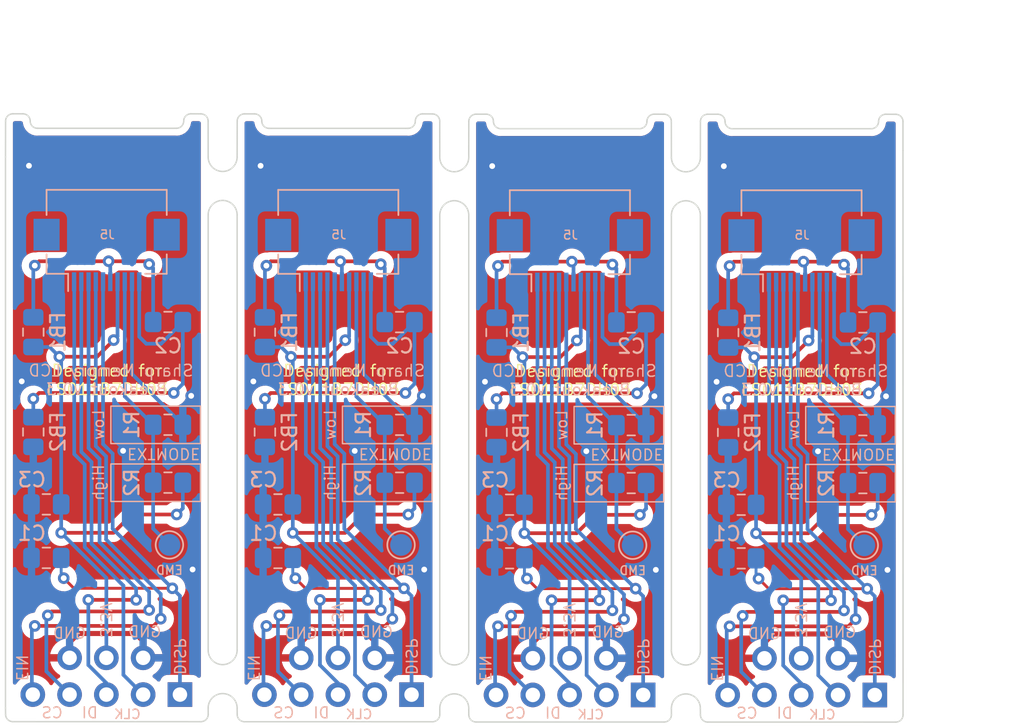
<source format=kicad_pcb>
(kicad_pcb (version 20210228) (generator pcbnew)
  (title_block (title "SHARP Memory LCD Breakout") (date "2021-12-01") (rev "v0.3"))
  (layers (0 "F.Cu" signal) (31 "B.Cu" signal) (34 "B.Paste" user) (35 "F.Paste" user) (36 "B.SilkS" user "B.Silkscreen") (37 "F.SilkS" user "F.Silkscreen") (38 "B.Mask" user) (39 "F.Mask" user) (44 "Edge.Cuts" user))
  (net 0 "")
  (net 1 "GND")
  (net 2 "/DISP")
  (net 3 "+3V3")
  (net 4 "VDDA")
  (net 5 "GNDA")
  (net 6 "/SCLK")
  (net 7 "/SI")
  (net 8 "/SCS")
  (net 9 "/EXTCOMIN")
  (net 10 "/EXTMODE")
  (footprint "SharpMemoryLcdBreakout:PinSocket_2Row_5+3_P2.54mm_Vertical" (layer "F.Cu") (at 81.465408 73.48 -90)
    (fp_text reference "J1" hide)
    (fp_text value "Pin Header" hide)
  )
  (footprint "SharpMemoryLcdBreakout:mouse-bite-2mm-slot" (layer "F.Cu") (at 84.415408 72.41 90)
    (fp_text reference "mouse-bite-2mm-slot" hide)
    (fp_text value "VAL**" hide)
  )
  (footprint "SharpMemoryLcdBreakout:mouse-bite-2mm-slot" (layer "F.Cu") (at 84.415408 38.33 90)
    (fp_text reference "mouse-bite-2mm-slot" hide)
    (fp_text value "VAL**" hide)
  )
  (footprint "SharpMemoryLcdBreakout:mouse-bite-2mm-slot" (layer "F.Cu") (at 100.41 72.43 90)
    (fp_text reference "mouse-bite-2mm-slot" hide)
    (fp_text value "VAL**" hide)
  )
  (footprint "SharpMemoryLcdBreakout:PinSocket_2Row_5+3_P2.54mm_Vertical" (layer "F.Cu") (at 129.45 73.51 -90)
    (fp_text reference "J1" hide)
    (fp_text value "Pin Header" hide)
  )
  (footprint "SharpMemoryLcdBreakout:mouse-bite-2mm-slot" (layer "F.Cu") (at 100.41 38.35 90)
    (fp_text reference "mouse-bite-2mm-slot" hide)
    (fp_text value "VAL**" hide)
  )
  (footprint "SharpMemoryLcdBreakout:mouse-bite-2mm-slot" (layer "F.Cu") (at 116.405 72.435 90)
    (fp_text reference "mouse-bite-2mm-slot" hide)
    (fp_text value "VAL**" hide)
  )
  (footprint "SharpMemoryLcdBreakout:mouse-bite-2mm-slot" (layer "F.Cu") (at 116.405 38.355 90)
    (fp_text reference "mouse-bite-2mm-slot" hide)
    (fp_text value "VAL**" hide)
  )
  (footprint "SharpMemoryLcdBreakout:PinSocket_2Row_5+3_P2.54mm_Vertical" (layer "F.Cu") (at 97.460408 73.485 -90)
    (fp_text reference "J1" hide)
    (fp_text value "Pin Header" hide)
  )
  (footprint "SharpMemoryLcdBreakout:PinSocket_2Row_5+3_P2.54mm_Vertical" (layer "F.Cu") (at 113.455 73.505 -90)
    (fp_text reference "J1" hide)
    (fp_text value "Pin Header" hide)
  )
  (footprint "Capacitor_SMD:C_0805_2012Metric_Pad1.15x1.40mm_HandSolder" (layer "B.Cu") (at 96.635408 47.74)
    (fp_text reference "C2")
    (fp_text value "1uF")
  )
  (footprint "Connector_FFC-FPC:Hirose_FH12-10S-0.5SH_1x10-1MP_P0.50mm_Horizontal" (layer "B.Cu") (at 108.395 43.125)
    (fp_text reference "J5")
    (fp_text value "FH12-10S-0.5SH")
  )
  (footprint "TestPoint:TestPoint_Pad_D1.5mm" (layer "B.Cu") (at 80.740408 63.135 180)
    (fp_text reference "J2" hide)
    (fp_text value "EMD")
  )
  (footprint "Connector_FFC-FPC:Hirose_FH12-10S-0.5SH_1x10-1MP_P0.50mm_Horizontal" (layer "B.Cu") (at 124.39 43.13)
    (fp_text reference "J5")
    (fp_text value "FH12-10S-0.5SH")
  )
  (footprint "Resistor_SMD:R_0805_2012Metric_Pad1.15x1.40mm_HandSolder" (layer "B.Cu") (at 103.33 55.36 -90)
    (fp_text reference "FB2")
    (fp_text value "Ferrite_Bead")
  )
  (footprint "Resistor_SMD:R_0805_2012Metric_Pad1.15x1.40mm_HandSolder" (layer "B.Cu") (at 71.340408 55.335 -90)
    (fp_text reference "FB2")
    (fp_text value "Ferrite_Bead")
  )
  (footprint "Capacitor_SMD:C_0805_2012Metric_Pad1.15x1.40mm_HandSolder" (layer "B.Cu") (at 80.640408 47.735)
    (fp_text reference "C2")
    (fp_text value "1uF")
  )
  (footprint "Resistor_SMD:R_0805_2012Metric_Pad1.15x1.40mm_HandSolder" (layer "B.Cu") (at 103.33 48.46 -90)
    (fp_text reference "FB1")
    (fp_text value "Ferrite_Bead")
  )
  (footprint "TestPoint:TestPoint_Pad_D1.5mm" (layer "B.Cu") (at 96.735408 63.14 180)
    (fp_text reference "J2" hide)
    (fp_text value "EMD")
  )
  (footprint "TestPoint:TestPoint_Pad_D1.5mm" (layer "B.Cu") (at 128.725 63.165 180)
    (fp_text reference "J2" hide)
    (fp_text value "EMD")
  )
  (footprint "Capacitor_SMD:C_0805_2012Metric_Pad1.15x1.40mm_HandSolder" (layer "B.Cu") (at 120.225 60.365 180)
    (fp_text reference "C3")
    (fp_text value "1uF")
  )
  (footprint "Resistor_SMD:R_0805_2012Metric_Pad1.15x1.40mm_HandSolder" (layer "B.Cu") (at 128.625 54.865)
    (fp_text reference "R1")
    (fp_text value "10kΩ")
  )
  (footprint "Capacitor_SMD:C_0805_2012Metric_Pad1.15x1.40mm_HandSolder" (layer "B.Cu") (at 104.23 60.36 180)
    (fp_text reference "C3")
    (fp_text value "1uF")
  )
  (footprint "Capacitor_SMD:C_0805_2012Metric_Pad1.15x1.40mm_HandSolder" (layer "B.Cu") (at 72.240408 60.335 180)
    (fp_text reference "C3")
    (fp_text value "1uF")
  )
  (footprint "Resistor_SMD:R_0805_2012Metric_Pad1.15x1.40mm_HandSolder" (layer "B.Cu") (at 112.63 58.86 180)
    (fp_text reference "R2")
    (fp_text value "10kΩ")
  )
  (footprint "Capacitor_SMD:C_0805_2012Metric_Pad1.15x1.40mm_HandSolder" (layer "B.Cu") (at 88.235408 64.04 180)
    (fp_text reference "C1")
    (fp_text value "0.1uF")
  )
  (footprint "Resistor_SMD:R_0805_2012Metric_Pad1.15x1.40mm_HandSolder" (layer "B.Cu") (at 96.635408 54.84)
    (fp_text reference "R1")
    (fp_text value "10kΩ")
  )
  (footprint "Capacitor_SMD:C_0805_2012Metric_Pad1.15x1.40mm_HandSolder" (layer "B.Cu") (at 72.240408 64.035 180)
    (fp_text reference "C1")
    (fp_text value "0.1uF")
  )
  (footprint "Capacitor_SMD:C_0805_2012Metric_Pad1.15x1.40mm_HandSolder" (layer "B.Cu") (at 104.23 64.06 180)
    (fp_text reference "C1")
    (fp_text value "0.1uF")
  )
  (footprint "Resistor_SMD:R_0805_2012Metric_Pad1.15x1.40mm_HandSolder" (layer "B.Cu") (at 112.63 54.86)
    (fp_text reference "R1")
    (fp_text value "10kΩ")
  )
  (footprint "Capacitor_SMD:C_0805_2012Metric_Pad1.15x1.40mm_HandSolder" (layer "B.Cu") (at 88.235408 60.34 180)
    (fp_text reference "C3")
    (fp_text value "1uF")
  )
  (footprint "Capacitor_SMD:C_0805_2012Metric_Pad1.15x1.40mm_HandSolder" (layer "B.Cu") (at 120.225 64.065 180)
    (fp_text reference "C1")
    (fp_text value "0.1uF")
  )
  (footprint "Connector_FFC-FPC:Hirose_FH12-10S-0.5SH_1x10-1MP_P0.50mm_Horizontal" (layer "B.Cu") (at 92.400408 43.105)
    (fp_text reference "J5")
    (fp_text value "FH12-10S-0.5SH")
  )
  (footprint "Capacitor_SMD:C_0805_2012Metric_Pad1.15x1.40mm_HandSolder" (layer "B.Cu") (at 112.63 47.76)
    (fp_text reference "C2")
    (fp_text value "1uF")
  )
  (footprint "Resistor_SMD:R_0805_2012Metric_Pad1.15x1.40mm_HandSolder" (layer "B.Cu") (at 87.335408 55.34 -90)
    (fp_text reference "FB2")
    (fp_text value "Ferrite_Bead")
  )
  (footprint "Connector_FFC-FPC:Hirose_FH12-10S-0.5SH_1x10-1MP_P0.50mm_Horizontal" (layer "B.Cu") (at 76.405408 43.1)
    (fp_text reference "J5")
    (fp_text value "FH12-10S-0.5SH")
  )
  (footprint "TestPoint:TestPoint_Pad_D1.5mm" (layer "B.Cu") (at 112.73 63.16 180)
    (fp_text reference "J2" hide)
    (fp_text value "EMD")
  )
  (footprint "Resistor_SMD:R_0805_2012Metric_Pad1.15x1.40mm_HandSolder" (layer "B.Cu") (at 87.335408 48.44 -90)
    (fp_text reference "FB1")
    (fp_text value "Ferrite_Bead")
  )
  (footprint "Resistor_SMD:R_0805_2012Metric_Pad1.15x1.40mm_HandSolder" (layer "B.Cu") (at 119.325 55.365 -90)
    (fp_text reference "FB2")
    (fp_text value "Ferrite_Bead")
  )
  (footprint "Resistor_SMD:R_0805_2012Metric_Pad1.15x1.40mm_HandSolder" (layer "B.Cu") (at 128.625 58.865 180)
    (fp_text reference "R2")
    (fp_text value "10kΩ")
  )
  (footprint "Resistor_SMD:R_0805_2012Metric_Pad1.15x1.40mm_HandSolder" (layer "B.Cu") (at 71.340408 48.435 -90)
    (fp_text reference "FB1")
    (fp_text value "Ferrite_Bead")
  )
  (footprint "Capacitor_SMD:C_0805_2012Metric_Pad1.15x1.40mm_HandSolder" (layer "B.Cu") (at 128.625 47.765)
    (fp_text reference "C2")
    (fp_text value "1uF")
  )
  (footprint "Resistor_SMD:R_0805_2012Metric_Pad1.15x1.40mm_HandSolder" (layer "B.Cu") (at 119.325 48.465 -90)
    (fp_text reference "FB1")
    (fp_text value "Ferrite_Bead")
  )
  (footprint "Resistor_SMD:R_0805_2012Metric_Pad1.15x1.40mm_HandSolder" (layer "B.Cu") (at 80.640408 58.835 180)
    (fp_text reference "R2")
    (fp_text value "10kΩ")
  )
  (footprint "Resistor_SMD:R_0805_2012Metric_Pad1.15x1.40mm_HandSolder" (layer "B.Cu") (at 96.635408 58.84 180)
    (fp_text reference "R2")
    (fp_text value "10kΩ")
  )
  (footprint "Resistor_SMD:R_0805_2012Metric_Pad1.15x1.40mm_HandSolder" (layer "B.Cu") (at 80.640408 54.835)
    (fp_text reference "R1")
    (fp_text value "10kΩ")
  )
  (gr_rect (start 76.695408 53.545) (end 82.885408 56.135) (layer "B.SilkS") (width 0.1) (fill none))
  (gr_rect (start 108.685 57.57) (end 114.875 60.16) (layer "B.SilkS") (width 0.1) (fill none))
  (gr_rect (start 76.695408 57.545) (end 82.885408 60.135) (layer "B.SilkS") (width 0.1) (fill none))
  (gr_rect (start 108.685 53.57) (end 114.875 56.16) (layer "B.SilkS") (width 0.1) (fill none))
  (gr_rect (start 92.690408 57.55) (end 98.880408 60.14) (layer "B.SilkS") (width 0.1) (fill none))
  (gr_rect (start 124.68 57.575) (end 130.87 60.165) (layer "B.SilkS") (width 0.1) (fill none))
  (gr_rect (start 92.690408 53.55) (end 98.880408 56.14) (layer "B.SilkS") (width 0.1) (fill none))
  (gr_rect (start 124.68 53.575) (end 130.87 56.165) (layer "B.SilkS") (width 0.1) (fill none))
  (gr_arc (start 81.225408 33.846401) (end 81.725507 33.846401) (angle 90) (layer "Edge.Cuts") (width 0.1))
  (gr_arc (start 84.415408 36.33) (end 85.415408 36.33) (angle 180) (layer "Edge.Cuts") (width 0.1))
  (gr_arc (start 100.41 40.35) (end 101.41 40.35) (angle -180) (layer "Edge.Cuts") (width 0.1))
  (gr_line (start 131.396674 35.883623) (end 131.401475 74.881376) (layer "Edge.Cuts") (width 0.1))
  (gr_arc (start 98.220606 33.851401) (end 97.720507 33.851401) (angle 90) (layer "Edge.Cuts") (width 0.1))
  (gr_line (start 101.41 74.43) (end 101.415 74.874901) (layer "Edge.Cuts") (width 0.1))
  (gr_arc (start 86.62021 33.851401) (end 87.120309 33.851401) (angle -90) (layer "Edge.Cuts") (width 0.1))
  (gr_arc (start 100.41 74.43) (end 101.41 74.43) (angle -180) (layer "Edge.Cuts") (width 0.1))
  (gr_line (start 103.615 34.3715) (end 113.215 34.3715) (layer "Edge.Cuts") (width 0.1))
  (gr_arc (start 101.915099 74.874902) (end 101.415 74.874901) (angle -90) (layer "Edge.Cuts") (width 0.1))
  (gr_arc (start 71.625408 33.846401) (end 71.125309 33.846401) (angle -90) (layer "Edge.Cuts") (width 0.1))
  (gr_arc (start 119.61 33.876401) (end 119.109901 33.876401) (angle -90) (layer "Edge.Cuts") (width 0.1))
  (gr_arc (start 101.915 33.8715) (end 101.915 33.371401) (angle -90) (layer "Edge.Cuts") (width 0.1))
  (gr_arc (start 98.906983 33.855123) (end 98.906983 33.355024) (angle 90) (layer "Edge.Cuts") (width 0.1))
  (gr_arc (start 69.925408 33.8465) (end 69.925408 33.346401) (angle -90) (layer "Edge.Cuts") (width 0.1))
  (gr_arc (start 130.901376 74.881377) (end 131.401475 74.881376) (angle 90) (layer "Edge.Cuts") (width 0.1))
  (gr_arc (start 82.225606 33.846401) (end 81.725507 33.846401) (angle 90) (layer "Edge.Cuts") (width 0.1))
  (gr_line (start 101.915 33.371401) (end 102.614802 33.371302) (layer "Edge.Cuts") (width 0.1))
  (gr_line (start 83.415408 40.33) (end 83.415408 70.41) (layer "Edge.Cuts") (width 0.1))
  (gr_line (start 115.405 74.435) (end 115.406475 74.876376) (layer "Edge.Cuts") (width 0.1))
  (gr_line (start 117.91 33.376401) (end 118.609802 33.376302) (layer "Edge.Cuts") (width 0.1))
  (gr_arc (start 98.911784 74.856377) (end 99.411883 74.856376) (angle 90) (layer "Edge.Cuts") (width 0.1))
  (gr_line (start 99.41 74.43) (end 99.411883 74.856376) (layer "Edge.Cuts") (width 0.1))
  (gr_arc (start 114.906376 74.876377) (end 115.406475 74.876376) (angle 90) (layer "Edge.Cuts") (width 0.1))
  (gr_arc (start 70.62521 33.846401) (end 71.125309 33.846401) (angle -90) (layer "Edge.Cuts") (width 0.1))
  (gr_arc (start 100.41 36.35) (end 101.41 36.35) (angle 180) (layer "Edge.Cuts") (width 0.1))
  (gr_arc (start 129.21 33.876401) (end 129.710099 33.876401) (angle 90) (layer "Edge.Cuts") (width 0.1))
  (gr_arc (start 114.215198 33.871401) (end 113.715099 33.871401) (angle 90) (layer "Edge.Cuts") (width 0.1))
  (gr_line (start 85.920507 75.355) (end 98.911785 75.356476) (layer "Edge.Cuts") (width 0.1))
  (gr_line (start 101.915099 75.375) (end 114.906377 75.376476) (layer "Edge.Cuts") (width 0.1))
  (gr_line (start 117.405 40.355) (end 117.405 70.435) (layer "Edge.Cuts") (width 0.1))
  (gr_arc (start 85.920507 74.854902) (end 85.420408 74.854901) (angle -90) (layer "Edge.Cuts") (width 0.1))
  (gr_line (start 69.420408 74.405) (end 69.425408 74.849901) (layer "Edge.Cuts") (width 0.1))
  (gr_line (start 115.401674 33.875123) (end 115.405 36.355) (layer "Edge.Cuts") (width 0.1))
  (gr_line (start 114.215198 33.371302) (end 114.901575 33.375024) (layer "Edge.Cuts") (width 0.1))
  (gr_line (start 85.920408 33.351401) (end 86.62021 33.351302) (layer "Edge.Cuts") (width 0.1))
  (gr_arc (start 69.925507 74.849902) (end 69.425408 74.849901) (angle -90) (layer "Edge.Cuts") (width 0.1))
  (gr_line (start 71.625408 34.3465) (end 81.225408 34.3465) (layer "Edge.Cuts") (width 0.1))
  (gr_line (start 101.41 40.35) (end 101.41 70.43) (layer "Edge.Cuts") (width 0.1))
  (gr_line (start 99.407082 33.855123) (end 99.41 36.35) (layer "Edge.Cuts") (width 0.1))
  (gr_line (start 115.405 40.355) (end 115.405 70.435) (layer "Edge.Cuts") (width 0.1))
  (gr_line (start 87.620408 34.3515) (end 97.220408 34.3515) (layer "Edge.Cuts") (width 0.1))
  (gr_arc (start 103.615 33.871401) (end 103.114901 33.871401) (angle -90) (layer "Edge.Cuts") (width 0.1))
  (gr_line (start 101.41 36.35) (end 101.414901 33.8715) (layer "Edge.Cuts") (width 0.1))
  (gr_arc (start 82.916784 74.851377) (end 83.416883 74.851376) (angle 90) (layer "Edge.Cuts") (width 0.1))
  (gr_arc (start 116.405 40.355) (end 117.405 40.355) (angle -180) (layer "Edge.Cuts") (width 0.1))
  (gr_arc (start 97.220408 33.851401) (end 97.720507 33.851401) (angle 90) (layer "Edge.Cuts") (width 0.1))
  (gr_line (start 85.415408 74.41) (end 85.420408 74.854901) (layer "Edge.Cuts") (width 0.1))
  (gr_line (start 99.41 40.35) (end 99.41 70.43) (layer "Edge.Cuts") (width 0.1))
  (gr_line (start 98.220606 33.351302) (end 98.906983 33.355024) (layer "Edge.Cuts") (width 0.1))
  (gr_line (start 83.412082 33.850123) (end 83.415408 36.33) (layer "Edge.Cuts") (width 0.1))
  (gr_arc (start 100.41 70.43) (end 101.41 70.43) (angle 180) (layer "Edge.Cuts") (width 0.1))
  (gr_arc (start 130.210198 33.876401) (end 129.710099 33.876401) (angle 90) (layer "Edge.Cuts") (width 0.1))
  (gr_arc (start 130.896575 33.880123) (end 130.896575 33.380024) (angle 90) (layer "Edge.Cuts") (width 0.1))
  (gr_line (start 82.225606 33.346302) (end 82.911983 33.350024) (layer "Edge.Cuts") (width 0.1))
  (gr_arc (start 117.910099 74.879902) (end 117.41 74.879901) (angle -90) (layer "Edge.Cuts") (width 0.1))
  (gr_arc (start 117.91 33.8765) (end 117.91 33.376401) (angle -90) (layer "Edge.Cuts") (width 0.1))
  (gr_arc (start 114.901575 33.875123) (end 114.901575 33.375024) (angle 90) (layer "Edge.Cuts") (width 0.1))
  (gr_line (start 69.925408 33.346401) (end 70.62521 33.346302) (layer "Edge.Cuts") (width 0.1))
  (gr_line (start 131.396674 33.880123) (end 131.396674 35.883623) (layer "Edge.Cuts") (width 0.1))
  (gr_line (start 130.210198 33.376302) (end 130.896575 33.380024) (layer "Edge.Cuts") (width 0.1))
  (gr_line (start 85.415408 40.33) (end 85.415408 70.41) (layer "Edge.Cuts") (width 0.1))
  (gr_arc (start 116.405 70.435) (end 117.405 70.435) (angle 180) (layer "Edge.Cuts") (width 0.1))
  (gr_arc (start 84.415408 74.41) (end 85.415408 74.41) (angle -180) (layer "Edge.Cuts") (width 0.1))
  (gr_arc (start 87.620408 33.851401) (end 87.120309 33.851401) (angle -90) (layer "Edge.Cuts") (width 0.1))
  (gr_arc (start 82.911983 33.850123) (end 82.911983 33.350024) (angle 90) (layer "Edge.Cuts") (width 0.1))
  (gr_line (start 117.910099 75.38) (end 130.901377 75.381476) (layer "Edge.Cuts") (width 0.1))
  (gr_arc (start 113.215 33.871401) (end 113.715099 33.871401) (angle 90) (layer "Edge.Cuts") (width 0.1))
  (gr_line (start 69.420408 36.325) (end 69.420408 74.405) (layer "Edge.Cuts") (width 0.1))
  (gr_line (start 119.61 34.3765) (end 129.21 34.3765) (layer "Edge.Cuts") (width 0.1))
  (gr_arc (start 102.614802 33.871401) (end 103.114901 33.871401) (angle -90) (layer "Edge.Cuts") (width 0.1))
  (gr_line (start 83.415408 74.41) (end 83.416883 74.851376) (layer "Edge.Cuts") (width 0.1))
  (gr_arc (start 84.415408 70.41) (end 85.415408 70.41) (angle 180) (layer "Edge.Cuts") (width 0.1))
  (gr_line (start 117.405 36.355) (end 117.409901 33.8765) (layer "Edge.Cuts") (width 0.1))
  (gr_arc (start 85.920408 33.8515) (end 85.920408 33.351401) (angle -90) (layer "Edge.Cuts") (width 0.1))
  (gr_arc (start 84.415408 40.33) (end 85.415408 40.33) (angle -180) (layer "Edge.Cuts") (width 0.1))
  (gr_arc (start 118.609802 33.876401) (end 119.109901 33.876401) (angle -90) (layer "Edge.Cuts") (width 0.1))
  (gr_line (start 69.420408 36.325) (end 69.425309 33.8465) (layer "Edge.Cuts") (width 0.1))
  (gr_line (start 117.405 74.435) (end 117.41 74.879901) (layer "Edge.Cuts") (width 0.1))
  (gr_arc (start 116.405 74.435) (end 117.405 74.435) (angle -180) (layer "Edge.Cuts") (width 0.1))
  (gr_line (start 69.925507 75.35) (end 82.916785 75.351476) (layer "Edge.Cuts") (width 0.1))
  (gr_arc (start 116.405 36.355) (end 117.405 36.355) (angle 180) (layer "Edge.Cuts") (width 0.1))
  (gr_line (start 85.415408 36.33) (end 85.420309 33.8515) (layer "Edge.Cuts") (width 0.1))
  (gr_text "EXTMODE" (at 96.335408 56.84 180) (layer "B.SilkS") (effects (font (size 0.75 0.75) (thickness 0.1)) (justify mirror)))
  (gr_text "3.3V" (at 76.340408 68.335 270) (layer "B.SilkS") (effects (font (size 0.75 0.75) (thickness 0.1)) (justify mirror)))
  (gr_text "Low" (at 75.840408 54.835 90) (layer "B.SilkS") (effects (font (size 0.75 0.75) (thickness 0.1)) (justify mirror)))
  (gr_text "GND" (at 105.83 69.26) (layer "B.SilkS") (effects (font (size 0.75 0.75) (thickness 0.1)) (justify mirror)))
  (gr_text "DI" (at 91.235408 74.74) (layer "B.SilkS") (effects (font (size 0.75 0.75) (thickness 0.1)) (justify mirror)))
  (gr_text "DI" (at 107.23 74.76) (layer "B.SilkS") (effects (font (size 0.75 0.75) (thickness 0.1)) (justify mirror)))
  (gr_text "High" (at 91.835408 58.84 90) (layer "B.SilkS") (effects (font (size 0.75 0.75) (thickness 0.1)) (justify mirror)))
  (gr_text "3.3V" (at 108.33 68.36 270) (layer "B.SilkS") (effects (font (size 0.75 0.75) (thickness 0.1)) (justify mirror)))
  (gr_text "DISP" (at 129.425 70.865 270) (layer "B.SilkS") (effects (font (size 0.75 0.75) (thickness 0.1)) (justify mirror)))
  (gr_text "EXTMODE" (at 80.340408 56.835 180) (layer "B.SilkS") (effects (font (size 0.75 0.75) (thickness 0.1)) (justify mirror)))
  (gr_text "High" (at 75.840408 58.835 90) (layer "B.SilkS") (effects (font (size 0.75 0.75) (thickness 0.1)) (justify mirror)))
  (gr_text "DISP" (at 97.435408 70.84 270) (layer "B.SilkS") (effects (font (size 0.75 0.75) (thickness 0.1)) (justify mirror)))
  (gr_text "GND" (at 95.035408 69.14) (layer "B.SilkS") (effects (font (size 0.75 0.75) (thickness 0.1)) (justify mirror)))
  (gr_text "DISP" (at 81.440408 70.835 270) (layer "B.SilkS") (effects (font (size 0.75 0.75) (thickness 0.1)) (justify mirror)))
  (gr_text "EIN" (at 86.535408 71.64 270) (layer "B.SilkS") (effects (font (size 0.75 0.75) (thickness 0.1)) (justify mirror)))
  (gr_text "Low" (at 91.835408 54.84 90) (layer "B.SilkS") (effects (font (size 0.75 0.75) (thickness 0.1)) (justify mirror)))
  (gr_text "EIN" (at 118.525 71.665 270) (layer "B.SilkS") (effects (font (size 0.75 0.75) (thickness 0.1)) (justify mirror)))
  (gr_text "High" (at 107.83 58.86 90) (layer "B.SilkS") (effects (font (size 0.75 0.75) (thickness 0.1)) (justify mirror)))
  (gr_text "EXTMODE" (at 128.325 56.865 180) (layer "B.SilkS") (effects (font (size 0.75 0.75) (thickness 0.1)) (justify mirror)))
  (gr_text "CS" (at 120.625 74.765) (layer "B.SilkS") (effects (font (size 0.75 0.75) (thickness 0.1)) (justify mirror)))
  (gr_text "DISP" (at 113.43 70.86 270) (layer "B.SilkS") (effects (font (size 0.75 0.75) (thickness 0.1)) (justify mirror)))
  (gr_text "GND" (at 111.03 69.16) (layer "B.SilkS") (effects (font (size 0.75 0.75) (thickness 0.1)) (justify mirror)))
  (gr_text "CLK" (at 93.835408 74.84) (layer "B.SilkS") (effects (font (size 0.65 0.65) (thickness 0.1)) (justify mirror)))
  (gr_text "Low" (at 107.83 54.86 90) (layer "B.SilkS") (effects (font (size 0.75 0.75) (thickness 0.1)) (justify mirror)))
  (gr_text "CS" (at 88.635408 74.74) (layer "B.SilkS") (effects (font (size 0.75 0.75) (thickness 0.1)) (justify mirror)))
  (gr_text "EIN" (at 70.540408 71.635 270) (layer "B.SilkS") (effects (font (size 0.75 0.75) (thickness 0.1)) (justify mirror)))
  (gr_text "Sharp Memory LCD \nBreakout v0.3" (at 108.385 51.76) (layer "B.SilkS") (effects (font (size 0.8 0.8) (thickness 0.1)) (justify mirror)))
  (gr_text "EIN" (at 102.53 71.66 270) (layer "B.SilkS") (effects (font (size 0.75 0.75) (thickness 0.1)) (justify mirror)))
  (gr_text "GND" (at 121.825 69.265) (layer "B.SilkS") (effects (font (size 0.75 0.75) (thickness 0.1)) (justify mirror)))
  (gr_text "GND" (at 79.040408 69.135) (layer "B.SilkS") (effects (font (size 0.75 0.75) (thickness 0.1)) (justify mirror)))
  (gr_text "CS" (at 72.640408 74.735) (layer "B.SilkS") (effects (font (size 0.75 0.75) (thickness 0.1)) (justify mirror)))
  (gr_text "EXTMODE" (at 112.33 56.86 180) (layer "B.SilkS") (effects (font (size 0.75 0.75) (thickness 0.1)) (justify mirror)))
  (gr_text "GND" (at 127.025 69.165) (layer "B.SilkS") (effects (font (size 0.75 0.75) (thickness 0.1)) (justify mirror)))
  (gr_text "Sharp Memory LCD \nBreakout v0.3" (at 124.38 51.765) (layer "B.SilkS") (effects (font (size 0.8 0.8) (thickness 0.1)) (justify mirror)))
  (gr_text "CS" (at 104.63 74.76) (layer "B.SilkS") (effects (font (size 0.75 0.75) (thickness 0.1)) (justify mirror)))
  (gr_text "Sharp Memory LCD \nBreakout v0.3" (at 92.390408 51.74) (layer "B.SilkS") (effects (font (size 0.8 0.8) (thickness 0.1)) (justify mirror)))
  (gr_text "Sharp Memory LCD \nBreakout v0.3" (at 76.395408 51.735) (layer "B.SilkS") (effects (font (size 0.8 0.8) (thickness 0.1)) (justify mirror)))
  (gr_text "CLK" (at 109.83 74.86) (layer "B.SilkS") (effects (font (size 0.65 0.65) (thickness 0.1)) (justify mirror)))
  (gr_text "GND" (at 73.840408 69.235) (layer "B.SilkS") (effects (font (size 0.75 0.75) (thickness 0.1)) (justify mirror)))
  (gr_text "CLK" (at 125.825 74.865) (layer "B.SilkS") (effects (font (size 0.65 0.65) (thickness 0.1)) (justify mirror)))
  (gr_text "DI" (at 75.240408 74.735) (layer "B.SilkS") (effects (font (size 0.75 0.75) (thickness 0.1)) (justify mirror)))
  (gr_text "GND" (at 89.835408 69.24) (layer "B.SilkS") (effects (font (size 0.75 0.75) (thickness 0.1)) (justify mirror)))
  (gr_text "CLK" (at 77.840408 74.835) (layer "B.SilkS") (effects (font (size 0.65 0.65) (thickness 0.1)) (justify mirror)))
  (gr_text "DI" (at 123.225 74.765) (layer "B.SilkS") (effects (font (size 0.75 0.75) (thickness 0.1)) (justify mirror)))
  (gr_text "3.3V" (at 124.325 68.365 270) (layer "B.SilkS") (effects (font (size 0.75 0.75) (thickness 0.1)) (justify mirror)))
  (gr_text "High" (at 123.825 58.865 90) (layer "B.SilkS") (effects (font (size 0.75 0.75) (thickness 0.1)) (justify mirror)))
  (gr_text "3.3V" (at 92.335408 68.34 270) (layer "B.SilkS") (effects (font (size 0.75 0.75) (thickness 0.1)) (justify mirror)))
  (gr_text "Low" (at 123.825 54.865 90) (layer "B.SilkS") (effects (font (size 0.75 0.75) (thickness 0.1)) (justify mirror)))
  (gr_text "Designed for\nLS011B7DH03" (at 76.440408 51.735) (layer "F.SilkS") (effects (font (size 0.8 0.8) (thickness 0.1))))
  (gr_text "Designed for\nLS011B7DH03" (at 108.43 51.76) (layer "F.SilkS") (effects (font (size 0.8 0.8) (thickness 0.1))))
  (gr_text "Designed for\nLS011B7DH03" (at 124.425 51.765) (layer "F.SilkS") (effects (font (size 0.8 0.8) (thickness 0.1))))
  (gr_text "Designed for\nLS011B7DH03" (at 92.435408 51.74) (layer "F.SilkS") (effects (font (size 0.8 0.8) (thickness 0.1))))
  (segment (start 110.915 69.815) (end 110.915 70.965) (width 0.35) (layer "F.Cu") (net 1))
  (segment (start 105.835 70.965) (end 105.835 69.895) (width 0.35) (layer "F.Cu") (net 1))
  (segment (start 122.44 69.29) (end 126.38 69.29) (width 0.35) (layer "F.Cu") (net 1))
  (segment (start 110.385 69.285) (end 110.915 69.815) (width 0.35) (layer "F.Cu") (net 1))
  (segment (start 74.455408 69.26) (end 78.395408 69.26) (width 0.35) (layer "F.Cu") (net 1))
  (segment (start 78.395408 69.26) (end 78.925408 69.79) (width 0.35) (layer "F.Cu") (net 1))
  (segment (start 121.83 69.9) (end 122.44 69.29) (width 0.35) (layer "F.Cu") (net 1))
  (segment (start 121.83 70.97) (end 121.83 69.9) (width 0.35) (layer "F.Cu") (net 1))
  (segment (start 126.91 69.82) (end 126.91 70.97) (width 0.35) (layer "F.Cu") (net 1))
  (segment (start 105.835 69.895) (end 106.445 69.285) (width 0.35) (layer "F.Cu") (net 1))
  (segment (start 89.840408 69.875) (end 90.450408 69.265) (width 0.35) (layer "F.Cu") (net 1))
  (segment (start 94.920408 69.795) (end 94.920408 70.945) (width 0.35) (layer "F.Cu") (net 1))
  (segment (start 94.390408 69.265) (end 94.920408 69.795) (width 0.35) (layer "F.Cu") (net 1))
  (segment (start 73.845408 69.87) (end 74.455408 69.26) (width 0.35) (layer "F.Cu") (net 1))
  (segment (start 78.925408 69.79) (end 78.925408 70.94) (width 0.35) (layer "F.Cu") (net 1))
  (segment (start 73.845408 70.94) (end 73.845408 69.87) (width 0.35) (layer "F.Cu") (net 1))
  (segment (start 106.445 69.285) (end 110.385 69.285) (width 0.35) (layer "F.Cu") (net 1))
  (segment (start 126.38 69.29) (end 126.91 69.82) (width 0.35) (layer "F.Cu") (net 1))
  (segment (start 89.840408 70.945) (end 89.840408 69.875) (width 0.35) (layer "F.Cu") (net 1))
  (segment (start 90.450408 69.265) (end 94.390408 69.265) (width 0.35) (layer "F.Cu") (net 1))
  (via (at 125.525 56.665) (size 0.8) (drill 0.4) (layers "F.Cu" "B.Cu") (net 1))
  (via (at 130.325 64.865) (size 0.8) (drill 0.4) (layers "F.Cu" "B.Cu") (net 1))
  (via (at 114.33 64.86) (size 0.8) (drill 0.4) (layers "F.Cu" "B.Cu") (net 1))
  (via (at 130.225 52.865) (size 0.8) (drill 0.4) (layers "F.Cu" "B.Cu") (net 1))
  (via (at 77.540408 56.635) (size 0.8) (drill 0.4) (layers "F.Cu" "B.Cu") (net 1))
  (via (at 119.025 36.965) (size 0.8) (drill 0.4) (layers "F.Cu" "B.Cu") (net 1))
  (via (at 71.040408 36.935) (size 0.8) (drill 0.4) (layers "F.Cu" "B.Cu") (net 1))
  (via (at 98.235408 52.84) (size 0.8) (drill 0.4) (layers "F.Cu" "B.Cu") (net 1))
  (via (at 87.035408 36.94) (size 0.8) (drill 0.4) (layers "F.Cu" "B.Cu") (net 1))
  (via (at 86.535408 51.84) (size 0.8) (drill 0.4) (layers "F.Cu" "B.Cu") (net 1))
  (via (at 118.525 51.865) (size 0.8) (drill 0.4) (layers "F.Cu" "B.Cu") (net 1))
  (via (at 98.335408 64.84) (size 0.8) (drill 0.4) (layers "F.Cu" "B.Cu") (net 1))
  (via (at 70.540408 51.835) (size 0.8) (drill 0.4) (layers "F.Cu" "B.Cu") (net 1))
  (via (at 102.53 51.86) (size 0.8) (drill 0.4) (layers "F.Cu" "B.Cu") (net 1))
  (via (at 114.23 52.86) (size 0.8) (drill 0.4) (layers "F.Cu" "B.Cu") (net 1))
  (via (at 103.03 36.96) (size 0.8) (drill 0.4) (layers "F.Cu" "B.Cu") (net 1))
  (via (at 109.53 56.66) (size 0.8) (drill 0.4) (layers "F.Cu" "B.Cu") (net 1))
  (via (at 82.240408 52.835) (size 0.8) (drill 0.4) (layers "F.Cu" "B.Cu") (net 1))
  (via (at 82.340408 64.835) (size 0.8) (drill 0.4) (layers "F.Cu" "B.Cu") (net 1))
  (via (at 93.535408 56.64) (size 0.8) (drill 0.4) (layers "F.Cu" "B.Cu") (net 1))
  (segment (start 78.155408 44.95) (end 78.155408 51.325) (width 0.254) (layer "B.Cu") (net 1))
  (segment (start 94.150408 44.955) (end 94.150408 51.33) (width 0.254) (layer "B.Cu") (net 1))
  (segment (start 78.155408 51.325) (end 81.665408 54.835) (width 0.254) (layer "B.Cu") (net 1))
  (segment (start 110.145 44.975) (end 110.145 51.35) (width 0.254) (layer "B.Cu") (net 1))
  (segment (start 94.150408 51.33) (end 97.660408 54.84) (width 0.254) (layer "B.Cu") (net 1))
  (segment (start 110.145 51.35) (end 113.655 54.86) (width 0.254) (layer "B.Cu") (net 1))
  (segment (start 126.14 51.355) (end 129.65 54.865) (width 0.254) (layer "B.Cu") (net 1))
  (segment (start 126.14 44.98) (end 126.14 51.355) (width 0.254) (layer "B.Cu") (net 1))
  (segment (start 121.425 65.465) (end 122.125 66.165) (width 0.2) (layer "F.Cu") (net 2))
  (segment (start 122.125 66.165) (end 128.925 66.165) (width 0.2) (layer "F.Cu") (net 2))
  (segment (start 89.435408 65.44) (end 90.135408 66.14) (width 0.2) (layer "F.Cu") (net 2))
  (segment (start 106.13 66.16) (end 112.93 66.16) (width 0.2) (layer "F.Cu") (net 2))
  (segment (start 90.135408 66.14) (end 96.935408 66.14) (width 0.2) (layer "F.Cu") (net 2))
  (segment (start 73.440408 65.435) (end 74.140408 66.135) (width 0.2) (layer "F.Cu") (net 2))
  (segment (start 74.140408 66.135) (end 80.940408 66.135) (width 0.2) (layer "F.Cu") (net 2))
  (segment (start 105.43 65.46) (end 106.13 66.16) (width 0.2) (layer "F.Cu") (net 2))
  (via (at 80.940408 66.135) (size 0.8) (drill 0.4) (layers "F.Cu" "B.Cu") (net 2))
  (via (at 89.435408 65.44) (size 0.8) (drill 0.4) (layers "F.Cu" "B.Cu") (net 2))
  (via (at 96.935408 66.14) (size 0.8) (drill 0.4) (layers "F.Cu" "B.Cu") (net 2))
  (via (at 121.425 65.465) (size 0.8) (drill 0.4) (layers "F.Cu" "B.Cu") (net 2))
  (via (at 105.43 65.46) (size 0.8) (drill 0.4) (layers "F.Cu" "B.Cu") (net 2))
  (via (at 128.925 66.165) (size 0.8) (drill 0.4) (layers "F.Cu" "B.Cu") (net 2))
  (via (at 73.440408 65.435) (size 0.8) (drill 0.4) (layers "F.Cu" "B.Cu") (net 2))
  (via (at 112.93 66.16) (size 0.8) (drill 0.4) (layers "F.Cu" "B.Cu") (net 2))
  (segment (start 96.935408 66.14) (end 97.460408 66.665) (width 0.254) (layer "B.Cu") (net 2))
  (segment (start 113.455 66.685) (end 113.455 73.505) (width 0.254) (layer "B.Cu") (net 2))
  (segment (start 124.14 44.98) (end 124.14 56.197252) (width 0.254) (layer "B.Cu") (net 2))
  (segment (start 108.145 44.975) (end 108.145 56.192252) (width 0.254) (layer "B.Cu") (net 2))
  (segment (start 80.940408 66.135) (end 81.465408 66.66) (width 0.254) (layer "B.Cu") (net 2))
  (segment (start 124.14 56.197252) (end 124.806247 56.863499) (width 0.254) (layer "B.Cu") (net 2))
  (segment (start 92.150408 44.955) (end 92.150408 56.172252) (width 0.254) (layer "B.Cu") (net 2))
  (segment (start 81.465408 66.66) (end 81.465408 73.48) (width 0.254) (layer "B.Cu") (net 2))
  (segment (start 89.260408 65.265) (end 89.435408 65.44) (width 0.2) (layer "B.Cu") (net 2))
  (segment (start 121.25 64.065) (end 121.25 65.29) (width 0.2) (layer "B.Cu") (net 2))
  (segment (start 92.816655 56.838499) (end 92.816655 62.021247) (width 0.254) (layer "B.Cu") (net 2))
  (segment (start 76.821655 56.833499) (end 76.821655 62.016247) (width 0.254) (layer "B.Cu") (net 2))
  (segment (start 124.806247 56.863499) (end 124.806247 62.046247) (width 0.254) (layer "B.Cu") (net 2))
  (segment (start 105.255 65.285) (end 105.43 65.46) (width 0.2) (layer "B.Cu") (net 2))
  (segment (start 108.145 56.192252) (end 108.811247 56.858499) (width 0.254) (layer "B.Cu") (net 2))
  (segment (start 129.45 66.69) (end 129.45 73.51) (width 0.254) (layer "B.Cu") (net 2))
  (segment (start 108.811247 56.858499) (end 108.811247 62.041247) (width 0.254) (layer "B.Cu") (net 2))
  (segment (start 76.155408 44.95) (end 76.155408 56.167252) (width 0.254) (layer "B.Cu") (net 2))
  (segment (start 89.260408 64.04) (end 89.260408 65.265) (width 0.2) (layer "B.Cu") (net 2))
  (segment (start 124.806247 62.046247) (end 128.925 66.165) (width 0.254) (layer "B.Cu") (net 2))
  (segment (start 108.811247 62.041247) (end 112.93 66.16) (width 0.254) (layer "B.Cu") (net 2))
  (segment (start 121.25 65.29) (end 121.425 65.465) (width 0.2) (layer "B.Cu") (net 2))
  (segment (start 73.265408 65.26) (end 73.440408 65.435) (width 0.2) (layer "B.Cu") (net 2))
  (segment (start 76.155408 56.167252) (end 76.821655 56.833499) (width 0.254) (layer "B.Cu") (net 2))
  (segment (start 92.816655 62.021247) (end 96.935408 66.14) (width 0.254) (layer "B.Cu") (net 2))
  (segment (start 128.925 66.165) (end 129.45 66.69) (width 0.254) (layer "B.Cu") (net 2))
  (segment (start 76.821655 62.016247) (end 80.940408 66.135) (width 0.254) (layer "B.Cu") (net 2))
  (segment (start 97.460408 66.665) (end 97.460408 73.485) (width 0.254) (layer "B.Cu") (net 2))
  (segment (start 73.265408 64.035) (end 73.265408 65.26) (width 0.2) (layer "B.Cu") (net 2))
  (segment (start 105.255 64.06) (end 105.255 65.285) (width 0.2) (layer "B.Cu") (net 2))
  (segment (start 112.93 66.16) (end 113.455 66.685) (width 0.254) (layer "B.Cu") (net 2))
  (segment (start 92.150408 56.172252) (end 92.816655 56.838499) (width 0.254) (layer "B.Cu") (net 2))
  (segment (start 89.260408 62.306374) (end 92.869034 62.306374) (width 0.254) (layer "F.Cu") (net 3))
  (segment (start 105.255 62.326374) (end 108.863626 62.326374) (width 0.254) (layer "F.Cu") (net 3))
  (segment (start 126.125 61.065) (end 129.225 61.065) (width 0.254) (layer "F.Cu") (net 3))
  (segment (start 75.740408 50.135) (end 73.140408 50.135) (width 0.254) (layer "F.Cu") (net 3))
  (segment (start 108.88 49.01) (end 107.73 50.16) (width 0.254) (layer "F.Cu") (net 3))
  (segment (start 107.73 50.16) (end 105.13 50.16) (width 0.254) (layer "F.Cu") (net 3))
  (segment (start 76.890408 48.985) (end 75.740408 50.135) (width 0.254) (layer "F.Cu") (net 3))
  (segment (start 73.265408 62.301374) (end 76.874034 62.301374) (width 0.254) (layer "F.Cu") (net 3))
  (segment (start 123.725 50.165) (end 121.125 50.165) (width 0.254) (layer "F.Cu") (net 3))
  (segment (start 92.869034 62.306374) (end 94.135408 61.04) (width 0.254) (layer "F.Cu") (net 3))
  (segment (start 94.135408 61.04) (end 97.235408 61.04) (width 0.254) (layer "F.Cu") (net 3))
  (segment (start 78.140408 61.035) (end 81.240408 61.035) (width 0.254) (layer "F.Cu") (net 3))
  (segment (start 124.875 49.015) (end 123.725 50.165) (width 0.254) (layer "F.Cu") (net 3))
  (segment (start 92.885408 48.99) (end 91.735408 50.14) (width 0.254) (layer "F.Cu") (net 3))
  (segment (start 121.25 62.331374) (end 124.858626 62.331374) (width 0.254) (layer "F.Cu") (net 3))
  (segment (start 108.863626 62.326374) (end 110.13 61.06) (width 0.254) (layer "F.Cu") (net 3))
  (segment (start 110.13 61.06) (end 113.23 61.06) (width 0.254) (layer "F.Cu") (net 3))
  (segment (start 76.874034 62.301374) (end 78.140408 61.035) (width 0.254) (layer "F.Cu") (net 3))
  (segment (start 91.735408 50.14) (end 89.135408 50.14) (width 0.254) (layer "F.Cu") (net 3))
  (segment (start 124.858626 62.331374) (end 126.125 61.065) (width 0.254) (layer "F.Cu") (net 3))
  (via (at 124.875 49.015) (size 0.8) (drill 0.4) (layers "F.Cu" "B.Cu") (net 3))
  (via (at 89.135408 50.14) (size 0.8) (drill 0.4) (layers "F.Cu" "B.Cu") (net 3))
  (via (at 105.255 62.326374) (size 0.8) (drill 0.4) (layers "F.Cu" "B.Cu") (net 3))
  (via (at 108.88 49.01) (size 0.8) (drill 0.4) (layers "F.Cu" "B.Cu") (net 3))
  (via (at 92.885408 48.99) (size 0.8) (drill 0.4) (layers "F.Cu" "B.Cu") (net 3))
  (via (at 121.25 62.331374) (size 0.8) (drill 0.4) (layers "F.Cu" "B.Cu") (net 3))
  (via (at 76.890408 48.985) (size 0.8) (drill 0.4) (layers "F.Cu" "B.Cu") (net 3))
  (via (at 105.13 50.16) (size 0.8) (drill 0.4) (layers "F.Cu" "B.Cu") (net 3))
  (via (at 121.125 50.165) (size 0.8) (drill 0.4) (layers "F.Cu" "B.Cu") (net 3))
  (via (at 73.265408 62.301374) (size 0.8) (drill 0.4) (layers "F.Cu" "B.Cu") (net 3))
  (via (at 89.260408 62.306374) (size 0.8) (drill 0.4) (layers "F.Cu" "B.Cu") (net 3))
  (via (at 129.225 61.065) (size 0.8) (drill 0.4) (layers "F.Cu" "B.Cu") (net 3))
  (via (at 73.140408 50.135) (size 0.8) (drill 0.4) (layers "F.Cu" "B.Cu") (net 3))
  (via (at 81.240408 61.035) (size 0.8) (drill 0.4) (layers "F.Cu" "B.Cu") (net 3))
  (via (at 113.23 61.06) (size 0.8) (drill 0.4) (layers "F.Cu" "B.Cu") (net 3))
  (via (at 97.235408 61.04) (size 0.8) (drill 0.4) (layers "F.Cu" "B.Cu") (net 3))
  (segment (start 125.14 44.98) (end 125.14 48.75) (width 0.254) (layer "B.Cu") (net 3))
  (segment (start 108.375 70.965) (end 108.375 65.446374) (width 0.254) (layer "B.Cu") (net 3))
  (segment (start 92.380408 65.426374) (end 89.260408 62.306374) (width 0.254) (layer "B.Cu") (net 3))
  (segment (start 88.460408 49.465) (end 89.135408 50.14) (width 0.254) (layer "B.Cu") (net 3))
  (segment (start 119.325 49.49) (end 120.45 49.49) (width 0.254) (layer "B.Cu") (net 3))
  (segment (start 87.335408 49.465) (end 88.460408 49.465) (width 0.254) (layer "B.Cu") (net 3))
  (segment (start 129.65 60.64) (end 129.225 61.065) (width 0.254) (layer "B.Cu") (net 3))
  (segment (start 103.33 49.485) (end 104.455 49.485) (width 0.254) (layer "B.Cu") (net 3))
  (segment (start 73.265408 62.301374) (end 73.265408 60.335) (width 0.254) (layer "B.Cu") (net 3))
  (segment (start 108.88 49.01) (end 108.83 49.06) (width 0.254) (layer "B.Cu") (net 3))
  (segment (start 73.140408 50.135) (end 73.265408 50.26) (width 0.254) (layer "B.Cu") (net 3))
  (segment (start 73.265408 50.26) (end 73.265408 60.335) (width 0.254) (layer "B.Cu") (net 3))
  (segment (start 121.125 50.165) (end 121.25 50.29) (width 0.254) (layer "B.Cu") (net 3))
  (segment (start 105.13 50.16) (end 105.255 50.285) (width 0.254) (layer "B.Cu") (net 3))
  (segment (start 89.135408 50.14) (end 89.260408 50.265) (width 0.254) (layer "B.Cu") (net 3))
  (segment (start 97.660408 60.615) (end 97.235408 61.04) (width 0.254) (layer "B.Cu") (net 3))
  (segment (start 89.260408 62.306374) (end 89.260408 60.34) (width 0.254) (layer "B.Cu") (net 3))
  (segment (start 124.37 70.97) (end 124.37 65.451374) (width 0.254) (layer "B.Cu") (net 3))
  (segment (start 105.255 62.326374) (end 105.255 60.36) (width 0.254) (layer "B.Cu") (net 3))
  (segment (start 89.260408 50.265) (end 89.260408 60.34) (width 0.254) (layer "B.Cu") (net 3))
  (segment (start 121.25 62.331374) (end 121.25 60.365) (width 0.254) (layer "B.Cu") (net 3))
  (segment (start 105.255 50.285) (end 105.255 60.36) (width 0.254) (layer "B.Cu") (net 3))
  (segment (start 125.14 48.75) (end 124.875 49.015) (width 0.254) (layer "B.Cu") (net 3))
  (segment (start 71.340408 49.46) (end 72.465408 49.46) (width 0.254) (layer "B.Cu") (net 3))
  (segment (start 92.885408 48.99) (end 92.835408 49.04) (width 0.254) (layer "B.Cu") (net 3))
  (segment (start 109.145 44.975) (end 109.145 48.745) (width 0.254) (layer "B.Cu") (net 3))
  (segment (start 129.65 58.865) (end 129.65 60.64) (width 0.254) (layer "B.Cu") (net 3))
  (segment (start 77.155408 48.72) (end 76.890408 48.985) (width 0.254) (layer "B.Cu") (net 3))
  (segment (start 120.45 49.49) (end 121.125 50.165) (width 0.254) (layer "B.Cu") (net 3))
  (segment (start 93.150408 44.955) (end 93.150408 48.725) (width 0.254) (layer "B.Cu") (net 3))
  (segment (start 113.655 58.86) (end 113.655 60.635) (width 0.254) (layer "B.Cu") (net 3))
  (segment (start 113.655 60.635) (end 113.23 61.06) (width 0.254) (layer "B.Cu") (net 3))
  (segment (start 76.385408 65.421374) (end 73.265408 62.301374) (width 0.254) (layer "B.Cu") (net 3))
  (segment (start 81.665408 58.835) (end 81.665408 60.61) (width 0.254) (layer "B.Cu") (net 3))
  (segment (start 109.145 48.745) (end 108.88 49.01) (width 0.254) (layer "B.Cu") (net 3))
  (segment (start 124.875 49.015) (end 124.825 49.065) (width 0.254) (layer "B.Cu") (net 3))
  (segment (start 76.890408 48.985) (end 76.840408 49.035) (width 0.254) (layer "B.Cu") (net 3))
  (segment (start 121.25 50.29) (end 121.25 60.365) (width 0.254) (layer "B.Cu") (net 3))
  (segment (start 104.455 49.485) (end 105.13 50.16) (width 0.254) (layer "B.Cu") (net 3))
  (segment (start 92.380408 70.945) (end 92.380408 65.426374) (width 0.254) (layer "B.Cu") (net 3))
  (segment (start 97.660408 58.84) (end 97.660408 60.615) (width 0.254) (layer "B.Cu") (net 3))
  (segment (start 124.37 65.451374) (end 121.25 62.331374) (width 0.254) (layer "B.Cu") (net 3))
  (segment (start 81.665408 60.61) (end 81.240408 61.035) (width 0.254) (layer "B.Cu") (net 3))
  (segment (start 77.155408 44.95) (end 77.155408 48.72) (width 0.254) (layer "B.Cu") (net 3))
  (segment (start 108.375 65.446374) (end 105.255 62.326374) (width 0.254) (layer "B.Cu") (net 3))
  (segment (start 72.465408 49.46) (end 73.140408 50.135) (width 0.254) (layer "B.Cu") (net 3))
  (segment (start 76.385408 70.94) (end 76.385408 65.421374) (width 0.254) (layer "B.Cu") (net 3))
  (segment (start 93.150408 48.725) (end 92.885408 48.99) (width 0.254) (layer "B.Cu") (net 3))
  (segment (start 103.73 43.56) (end 103.43 43.86) (width 0.254) (layer "F.Cu") (net 4))
  (segment (start 87.735408 43.54) (end 87.435408 43.84) (width 0.254) (layer "F.Cu") (net 4))
  (segment (start 76.540408 43.535) (end 71.740408 43.535) (width 0.254) (layer "F.Cu") (net 4))
  (segment (start 79.340408 43.735) (end 79.140408 43.535) (width 0.254) (layer "F.Cu") (net 4))
  (segment (start 124.525 43.565) (end 119.725 43.565) (width 0.254) (layer "F.Cu") (net 4))
  (segment (start 95.335408 43.74) (end 95.135408 43.54) (width 0.254) (layer "F.Cu") (net 4))
  (segment (start 79.140408 43.535) (end 76.540408 43.535) (width 0.254) (layer "F.Cu") (net 4))
  (segment (start 127.125 43.565) (end 124.525 43.565) (width 0.254) (layer "F.Cu") (net 4))
  (segment (start 119.725 43.565) (end 119.425 43.865) (width 0.254) (layer "F.Cu") (net 4))
  (segment (start 111.33 43.76) (end 111.13 43.56) (width 0.254) (layer "F.Cu") (net 4))
  (segment (start 92.535408 43.54) (end 87.735408 43.54) (width 0.254) (layer "F.Cu") (net 4))
  (segment (start 71.740408 43.535) (end 71.440408 43.835) (width 0.254) (layer "F.Cu") (net 4))
  (segment (start 95.135408 43.54) (end 92.535408 43.54) (width 0.254) (layer "F.Cu") (net 4))
  (segment (start 111.13 43.56) (end 108.53 43.56) (width 0.254) (layer "F.Cu") (net 4))
  (segment (start 108.53 43.56) (end 103.73 43.56) (width 0.254) (layer "F.Cu") (net 4))
  (segment (start 127.325 43.765) (end 127.125 43.565) (width 0.254) (layer "F.Cu") (net 4))
  (via (at 111.33 43.76) (size 0.8) (drill 0.4) (layers "F.Cu" "B.Cu") (net 4))
  (via (at 92.535408 43.54) (size 0.8) (drill 0.4) (layers "F.Cu" "B.Cu") (net 4))
  (via (at 119.425 43.865) (size 0.8) (drill 0.4) (layers "F.Cu" "B.Cu") (net 4))
  (via (at 87.435408 43.84) (size 0.8) (drill 0.4) (layers "F.Cu" "B.Cu") (net 4))
  (via (at 103.43 43.86) (size 0.8) (drill 0.4) (layers "F.Cu" "B.Cu") (net 4))
  (via (at 108.53 43.56) (size 0.8) (drill 0.4) (layers "F.Cu" "B.Cu") (net 4))
  (via (at 76.540408 43.535) (size 0.8) (drill 0.4) (layers "F.Cu" "B.Cu") (net 4))
  (via (at 71.440408 43.835) (size 0.8) (drill 0.4) (layers "F.Cu" "B.Cu") (net 4))
  (via (at 127.325 43.765) (size 0.8) (drill 0.4) (layers "F.Cu" "B.Cu") (net 4))
  (via (at 95.335408 43.74) (size 0.8) (drill 0.4) (layers "F.Cu" "B.Cu") (net 4))
  (via (at 79.340408 43.735) (size 0.8) (drill 0.4) (layers "F.Cu" "B.Cu") (net 4))
  (via (at 124.525 43.565) (size 0.8) (drill 0.4) (layers "F.Cu" "B.Cu") (net 4))
  (segment (start 92.650408 44.955) (end 92.650408 43.655) (width 0.254) (layer "B.Cu") (net 4))
  (segment (start 124.64 44.98) (end 124.64 43.68) (width 0.254) (layer "B.Cu") (net 4))
  (segment (start 111.605 44.785) (end 111.605 47.76) (width 0.254) (layer "B.Cu") (net 4))
  (segment (start 76.655408 44.95) (end 76.655408 43.65) (width 0.254) (layer "B.Cu") (net 4))
  (segment (start 127.6 44.79) (end 127.6 47.765) (width 0.254) (layer "B.Cu") (net 4))
  (segment (start 111.605 44.035) (end 111.605 44.785) (width 0.254) (layer "B.Cu") (net 4))
  (segment (start 87.335408 47.415) (end 87.335408 43.94) (width 0.254) (layer "B.Cu") (net 4))
  (segment (start 103.33 47.435) (end 103.33 43.96) (width 0.254) (layer "B.Cu") (net 4))
  (segment (start 87.335408 43.94) (end 87.435408 43.84) (width 0.254) (layer "B.Cu") (net 4))
  (segment (start 95.335408 43.74) (end 95.610408 44.015) (width 0.254) (layer "B.Cu") (net 4))
  (segment (start 95.610408 44.015) (end 95.610408 44.765) (width 0.254) (layer "B.Cu") (net 4))
  (segment (start 76.655408 43.65) (end 76.540408 43.535) (width 0.254) (layer "B.Cu") (net 4))
  (segment (start 108.645 43.675) (end 108.53 43.56) (width 0.254) (layer "B.Cu") (net 4))
  (segment (start 79.615408 44.76) (end 79.615408 47.735) (width 0.254) (layer "B.Cu") (net 4))
  (segment (start 127.325 43.765) (end 127.6 44.04) (width 0.254) (layer "B.Cu") (net 4))
  (segment (start 108.645 44.975) (end 108.645 43.675) (width 0.254) (layer "B.Cu") (net 4))
  (segment (start 111.33 43.76) (end 111.605 44.035) (width 0.254) (layer "B.Cu") (net 4))
  (segment (start 71.340408 47.41) (end 71.340408 43.935) (width 0.254) (layer "B.Cu") (net 4))
  (segment (start 79.340408 43.735) (end 79.615408 44.01) (width 0.254) (layer "B.Cu") (net 4))
  (segment (start 124.64 43.68) (end 124.525 43.565) (width 0.254) (layer "B.Cu") (net 4))
  (segment (start 92.650408 43.655) (end 92.535408 43.54) (width 0.254) (layer "B.Cu") (net 4))
  (segment (start 119.325 43.965) (end 119.425 43.865) (width 0.254) (layer "B.Cu") (net 4))
  (segment (start 95.610408 44.765) (end 95.610408 47.74) (width 0.254) (layer "B.Cu") (net 4))
  (segment (start 119.325 47.44) (end 119.325 43.965) (width 0.254) (layer "B.Cu") (net 4))
  (segment (start 71.340408 43.935) (end 71.440408 43.835) (width 0.254) (layer "B.Cu") (net 4))
  (segment (start 79.615408 44.01) (end 79.615408 44.76) (width 0.254) (layer "B.Cu") (net 4))
  (segment (start 127.6 44.04) (end 127.6 44.79) (width 0.254) (layer "B.Cu") (net 4))
  (segment (start 103.33 43.96) (end 103.43 43.86) (width 0.254) (layer "B.Cu") (net 4))
  (segment (start 119.325 53.065) (end 119.725 52.665) (width 0.254) (layer "F.Cu") (net 5))
  (segment (start 71.740408 52.635) (end 81.040408 52.635) (width 0.254) (layer "F.Cu") (net 5))
  (segment (start 103.33 53.06) (end 103.73 52.66) (width 0.254) (layer "F.Cu") (net 5))
  (segment (start 87.335408 53.04) (end 87.735408 52.64) (width 0.254) (layer "F.Cu") (net 5))
  (segment (start 87.735408 52.64) (end 97.035408 52.64) (width 0.254) (layer "F.Cu") (net 5))
  (segment (start 103.73 52.66) (end 113.03 52.66) (width 0.254) (layer "F.Cu") (net 5))
  (segment (start 71.340408 53.035) (end 71.740408 52.635) (width 0.254) (layer "F.Cu") (net 5))
  (segment (start 119.725 52.665) (end 129.025 52.665) (width 0.254) (layer "F.Cu") (net 5))
  (via (at 81.040408 52.635) (size 0.8) (drill 0.4) (layers "F.Cu" "B.Cu") (net 5))
  (via (at 87.335408 53.04) (size 0.8) (drill 0.4) (layers "F.Cu" "B.Cu") (net 5))
  (via (at 129.025 52.665) (size 0.8) (drill 0.4) (layers "F.Cu" "B.Cu") (net 5))
  (via (at 113.03 52.66) (size 0.8) (drill 0.4) (layers "F.Cu" "B.Cu") (net 5))
  (via (at 97.035408 52.64) (size 0.8) (drill 0.4) (layers "F.Cu" "B.Cu") (net 5))
  (via (at 71.340408 53.035) (size 0.8) (drill 0.4) (layers "F.Cu" "B.Cu") (net 5))
  (via (at 119.325 53.065) (size 0.8) (drill 0.4) (layers "F.Cu" "B.Cu") (net 5))
  (via (at 103.33 53.06) (size 0.8) (drill 0.4) (layers "F.Cu" "B.Cu") (net 5))
  (segment (start 79.140408 49.235) (end 80.165408 49.235) (width 0.254) (layer "B.Cu") (net 5))
  (segment (start 71.340408 54.31) (end 71.340408 53.035) (width 0.254) (layer "B.Cu") (net 5))
  (segment (start 78.655408 44.95) (end 78.655408 48.75) (width 0.254) (layer "B.Cu") (net 5))
  (segment (start 94.650408 48.755) (end 95.135408 49.24) (width 0.254) (layer "B.Cu") (net 5))
  (segment (start 113.03 52.66) (end 113.655 52.035) (width 0.254) (layer "B.Cu") (net 5))
  (segment (start 97.435408 47.74) (end 97.660408 47.74) (width 0.254) (layer "B.Cu") (net 5))
  (segment (start 95.135408 49.24) (end 96.160408 49.24) (width 0.254) (layer "B.Cu") (net 5))
  (segment (start 129.65 52.04) (end 129.65 47.765) (width 0.254) (layer "B.Cu") (net 5))
  (segment (start 126.64 48.78) (end 127.125 49.265) (width 0.254) (layer "B.Cu") (net 5))
  (segment (start 111.13 49.26) (end 112.155 49.26) (width 0.254) (layer "B.Cu") (net 5))
  (segment (start 126.64 44.98) (end 126.64 48.78) (width 0.254) (layer "B.Cu") (net 5))
  (segment (start 113.43 47.76) (end 113.655 47.76) (width 0.254) (layer "B.Cu") (net 5))
  (segment (start 97.035408 52.64) (end 97.660408 52.015) (width 0.254) (layer "B.Cu") (net 5))
  (segment (start 129.425 47.765) (end 129.65 47.765) (width 0.254) (layer "B.Cu") (net 5))
  (segment (start 87.335408 54.315) (end 87.335408 53.04) (width 0.254) (layer "B.Cu") (net 5))
  (segment (start 81.440408 47.735) (end 81.665408 47.735) (width 0.254) (layer "B.Cu") (net 5))
  (segment (start 78.655408 48.75) (end 79.140408 49.235) (width 0.254) (layer "B.Cu") (net 5))
  (segment (start 129.025 52.665) (end 129.65 52.04) (width 0.254) (layer "B.Cu") (net 5))
  (segment (start 112.155 49.26) (end 113.655 47.76) (width 0.254) (layer "B.Cu") (net 5))
  (segment (start 110.645 48.775) (end 111.13 49.26) (width 0.254) (layer "B.Cu") (net 5))
  (segment (start 128.15 49.265) (end 129.65 47.765) (width 0.254) (layer "B.Cu") (net 5))
  (segment (start 113.655 52.035) (end 113.655 47.76) (width 0.254) (layer "B.Cu") (net 5))
  (segment (start 80.165408 49.235) (end 81.665408 47.735) (width 0.254) (layer "B.Cu") (net 5))
  (segment (start 119.325 54.34) (end 119.325 53.065) (width 0.254) (layer "B.Cu") (net 5))
  (segment (start 97.660408 52.015) (end 97.660408 47.74) (width 0.254) (layer "B.Cu") (net 5))
  (segment (start 96.160408 49.24) (end 97.660408 47.74) (width 0.254) (layer "B.Cu") (net 5))
  (segment (start 127.125 49.265) (end 128.15 49.265) (width 0.254) (layer "B.Cu") (net 5))
  (segment (start 81.665408 52.01) (end 81.665408 47.735) (width 0.254) (layer "B.Cu") (net 5))
  (segment (start 94.650408 44.955) (end 94.650408 48.755) (width 0.254) (layer "B.Cu") (net 5))
  (segment (start 110.645 44.975) (end 110.645 48.775) (width 0.254) (layer "B.Cu") (net 5))
  (segment (start 103.33 54.335) (end 103.33 53.06) (width 0.254) (layer "B.Cu") (net 5))
  (segment (start 81.040408 52.635) (end 81.665408 52.01) (width 0.254) (layer "B.Cu") (net 5))
  (segment (start 106.15652 56.88652) (end 106.15652 44.98652) (width 0.254) (layer "B.Cu") (net 6))
  (segment (start 109.551511 65.981511) (end 106.88 63.31) (width 0.254) (layer "B.Cu") (net 6))
  (segment (start 122.875 63.315) (end 122.875 57.615) (width 0.254) (layer "B.Cu") (net 6))
  (segment (start 77.561919 65.956511) (end 74.890408 63.285) (width 0.254) (layer "B.Cu") (net 6))
  (segment (start 93.556919 65.961511) (end 93.235408 65.64) (width 0.254) (layer "B.Cu") (net 6))
  (segment (start 109.551511 65.981511) (end 109.23 65.66) (width 0.254) (layer "B.Cu") (net 6))
  (segment (start 78.925408 73.48) (end 77.561919 72.116511) (width 0.254) (layer "B.Cu") (net 6))
  (segment (start 122.15152 56.89152) (end 122.15152 44.99152) (width 0.254) (layer "B.Cu") (net 6))
  (segment (start 74.166928 44.96152) (end 74.155408 44.95) (width 0.254) (layer "B.Cu") (net 6))
  (segment (start 90.161928 44.96652) (end 90.150408 44.955) (width 0.254) (layer "B.Cu") (net 6))
  (segment (start 93.556919 65.961511) (end 90.885408 63.29) (width 0.254) (layer "B.Cu") (net 6))
  (segment (start 126.91 73.51) (end 125.546511 72.146511) (width 0.254) (layer "B.Cu") (net 6))
  (segment (start 77.561919 65.956511) (end 77.240408 65.635) (width 0.254) (layer "B.Cu") (net 6))
  (segment (start 106.15652 44.98652) (end 106.145 44.975) (width 0.254) (layer "B.Cu") (net 6))
  (segment (start 77.561919 72.116511) (end 77.561919 65.956511) (width 0.254) (layer "B.Cu") (net 6))
  (segment (start 110.915 73.505) (end 109.551511 72.141511) (width 0.254) (layer "B.Cu") (net 6))
  (segment (start 94.920408 73.485) (end 93.556919 72.121511) (width 0.254) (layer "B.Cu") (net 6))
  (segment (start 74.166928 56.86152) (end 74.166928 44.96152) (width 0.254) (layer "B.Cu") (net 6))
  (segment (start 109.551511 72.141511) (end 109.551511 65.981511) (width 0.254) (layer "B.Cu") (net 6))
  (segment (start 90.885408 57.59) (end 90.161928 56.86652) (width 0.254) (layer "B.Cu") (net 6))
  (segment (start 93.556919 72.121511) (end 93.556919 65.961511) (width 0.254) (layer "B.Cu") (net 6))
  (segment (start 90.885408 63.29) (end 90.885408 57.59) (width 0.254) (layer "B.Cu") (net 6))
  (segment (start 122.875 57.615) (end 122.15152 56.89152) (width 0.254) (layer "B.Cu") (net 6))
  (segment (start 106.88 63.31) (end 106.88 57.61) (width 0.254) (layer "B.Cu") (net 6))
  (segment (start 74.890408 63.285) (end 74.890408 57.585) (width 0.254) (layer "B.Cu") (net 6))
  (segment (start 125.546511 72.146511) (end 125.546511 65.986511) (width 0.254) (layer "B.Cu") (net 6))
  (segment (start 90.161928 56.86652) (end 90.161928 44.96652) (width 0.254) (layer "B.Cu") (net 6))
  (segment (start 125.546511 65.986511) (end 122.875 63.315) (width 0.254) (layer "B.Cu") (net 6))
  (segment (start 125.546511 65.986511) (end 125.225 65.665) (width 0.254) (layer "B.Cu") (net 6))
  (segment (start 106.88 57.61) (end 106.15652 56.88652) (width 0.254) (layer "B.Cu") (net 6))
  (segment (start 122.15152 44.99152) (end 122.14 44.98) (width 0.254) (layer "B.Cu") (net 6))
  (segment (start 74.890408 57.585) (end 74.166928 56.86152) (width 0.254) (layer "B.Cu") (net 6))
  (segment (start 75.140408 66.935) (end 78.440408 66.935) (width 0.254) (layer "F.Cu") (net 7))
  (segment (start 91.135408 66.94) (end 94.435408 66.94) (width 0.254) (layer "F.Cu") (net 7))
  (segment (start 123.125 66.965) (end 126.425 66.965) (width 0.254) (layer "F.Cu") (net 7))
  (segment (start 107.13 66.96) (end 110.43 66.96) (width 0.254) (layer "F.Cu") (net 7))
  (via (at 123.125 66.965) (size 0.8) (drill 0.4) (layers "F.Cu" "B.Cu") (net 7))
  (via (at 126.425 66.965) (size 0.8) (drill 0.4) (layers "F.Cu" "B.Cu") (net 7))
  (via (at 107.13 66.96) (size 0.8) (drill 0.4) (layers "F.Cu" "B.Cu") (net 7))
  (via (at 110.43 66.96) (size 0.8) (drill 0.4) (layers "F.Cu" "B.Cu") (net 7))
  (via (at 75.140408 66.935) (size 0.8) (drill 0.4) (layers "F.Cu" "B.Cu") (net 7))
  (via (at 78.440408 66.935) (size 0.8) (drill 0.4) (layers "F.Cu" "B.Cu") (net 7))
  (via (at 94.435408 66.94) (size 0.8) (drill 0.4) (layers "F.Cu" "B.Cu") (net 7))
  (via (at 91.135408 66.94) (size 0.8) (drill 0.4) (layers "F.Cu" "B.Cu") (net 7))
  (segment (start 76.385408 73.48) (end 76.385408 72.681237) (width 0.254) (layer "B.Cu") (net 7))
  (segment (start 106.645 44.975) (end 106.645 56.733626) (width 0.254) (layer "B.Cu") (net 7))
  (segment (start 92.380408 72.686237) (end 91.135408 71.441237) (width 0.254) (layer "B.Cu") (net 7))
  (segment (start 92.380408 73.485) (end 92.380408 72.686237) (width 0.254) (layer "B.Cu") (net 7))
  (segment (start 126.425 66.965) (end 126.425 66.165) (width 0.254) (layer "B.Cu") (net 7))
  (segment (start 122.64 44.98) (end 122.64 56.738626) (width 0.254) (layer "B.Cu") (net 7))
  (segment (start 91.356095 63.060687) (end 91.356095 57.419313) (width 0.254) (layer "B.Cu") (net 7))
  (segment (start 78.440408 66.935) (end 78.440408 66.135) (width 0.254) (layer "B.Cu") (net 7))
  (segment (start 108.375 72.706237) (end 107.13 71.461237) (width 0.254) (layer "B.Cu") (net 7))
  (segment (start 124.37 73.51) (end 124.37 72.711237) (width 0.254) (layer "B.Cu") (net 7))
  (segment (start 110.43 66.16) (end 107.350687 63.080687) (width 0.254) (layer "B.Cu") (net 7))
  (segment (start 76.385408 72.681237) (end 75.140408 71.436237) (width 0.254) (layer "B.Cu") (net 7))
  (segment (start 108.375 73.505) (end 108.375 72.706237) (width 0.254) (layer "B.Cu") (net 7))
  (segment (start 106.645 56.733626) (end 107.350687 57.439313) (width 0.254) (layer "B.Cu") (net 7))
  (segment (start 126.425 66.165) (end 123.345687 63.085687) (width 0.254) (layer "B.Cu") (net 7))
  (segment (start 90.650408 44.955) (end 90.650408 56.713626) (width 0.254) (layer "B.Cu") (net 7))
  (segment (start 123.125 71.466237) (end 123.125 66.965) (width 0.254) (layer "B.Cu") (net 7))
  (segment (start 75.140408 71.436237) (end 75.140408 66.935) (width 0.254) (layer "B.Cu") (net 7))
  (segment (start 78.440408 66.135) (end 75.361095 63.055687) (width 0.254) (layer "B.Cu") (net 7))
  (segment (start 110.43 66.96) (end 110.43 66.16) (width 0.254) (layer "B.Cu") (net 7))
  (segment (start 122.64 56.738626) (end 123.345687 57.444313) (width 0.254) (layer "B.Cu") (net 7))
  (segment (start 90.650408 56.713626) (end 91.356095 57.419313) (width 0.254) (layer "B.Cu") (net 7))
  (segment (start 107.13 71.461237) (end 107.13 66.96) (width 0.254) (layer "B.Cu") (net 7))
  (segment (start 123.345687 63.085687) (end 123.345687 57.444313) (width 0.254) (layer "B.Cu") (net 7))
  (segment (start 75.361095 63.055687) (end 75.361095 57.414313) (width 0.254) (layer "B.Cu") (net 7))
  (segment (start 94.435408 66.94) (end 94.435408 66.14) (width 0.254) (layer "B.Cu") (net 7))
  (segment (start 91.135408 71.441237) (end 91.135408 66.94) (width 0.254) (layer "B.Cu") (net 7))
  (segment (start 124.37 72.711237) (end 123.125 71.466237) (width 0.254) (layer "B.Cu") (net 7))
  (segment (start 74.655408 44.95) (end 74.655408 56.708626) (width 0.254) (layer "B.Cu") (net 7))
  (segment (start 74.655408 56.708626) (end 75.361095 57.414313) (width 0.254) (layer "B.Cu") (net 7))
  (segment (start 94.435408 66.14) (end 91.356095 63.060687) (width 0.254) (layer "B.Cu") (net 7))
  (segment (start 107.350687 63.080687) (end 107.350687 57.439313) (width 0.254) (layer "B.Cu") (net 7))
  (segment (start 79.240408 67.735) (end 72.613908 67.735) (width 0.254) (layer "F.Cu") (net 8))
  (segment (start 127.225 67.765) (end 120.5985 67.765) (width 0.254) (layer "F.Cu") (net 8))
  (segment (start 111.23 67.76) (end 104.6035 67.76) (width 0.254) (layer "F.Cu") (net 8))
  (segment (start 120.5985 67.765) (end 120.325 68.0385) (width 0.254) (layer "F.Cu") (net 8))
  (segment (start 72.613908 67.735) (end 72.340408 68.0085) (width 0.254) (layer "F.Cu") (net 8))
  (segment (start 95.235408 67.74) (end 88.608908 67.74) (width 0.254) (layer "F.Cu") (net 8))
  (segment (start 111.33 67.66) (end 111.23 67.76) (width 0.254) (layer "F.Cu") (net 8))
  (segment (start 79.340408 67.635) (end 79.240408 67.735) (width 0.254) (layer "F.Cu") (net 8))
  (segment (start 95.335408 67.64) (end 95.235408 67.74) (width 0.254) (layer "F.Cu") (net 8))
  (segment (start 104.6035 67.76) (end 104.33 68.0335) (width 0.254) (layer "F.Cu") (net 8))
  (segment (start 127.325 67.665) (end 127.225 67.765) (width 0.254) (layer "F.Cu") (net 8))
  (segment (start 88.608908 67.74) (end 88.335408 68.0135) (width 0.254) (layer "F.Cu") (net 8))
  (via (at 111.33 67.66) (size 0.8) (drill 0.4) (layers "F.Cu" "B.Cu") (net 8))
  (via (at 88.335408 68.0135) (size 0.8) (drill 0.4) (layers "F.Cu" "B.Cu") (net 8))
  (via (at 127.325 67.665) (size 0.8) (drill 0.4) (layers "F.Cu" "B.Cu") (net 8))
  (via (at 120.325 68.0385) (size 0.8) (drill 0.4) (layers "F.Cu" "B.Cu") (net 8))
  (via (at 79.340408 67.635) (size 0.8) (drill 0.4) (layers "F.Cu" "B.Cu") (net 8))
  (via (at 72.340408 68.0085) (size 0.8) (drill 0.4) (layers "F.Cu" "B.Cu") (net 8))
  (via (at 95.335408 67.64) (size 0.8) (drill 0.4) (layers "F.Cu" "B.Cu") (net 8))
  (via (at 104.33 68.0335) (size 0.8) (drill 0.4) (layers "F.Cu" "B.Cu") (net 8))
  (segment (start 75.155408 56.45) (end 75.155408 44.95) (width 0.254) (layer "B.Cu") (net 8))
  (segment (start 107.904207 62.975581) (end 107.904207 57.234207) (width 0.254) (layer "B.Cu") (net 8))
  (segment (start 104.33 68.0335) (end 104.23 68.1335) (width 0.254) (layer "B.Cu") (net 8))
  (segment (start 88.235408 68.1135) (end 88.235408 71.88) (width 0.254) (layer "B.Cu") (net 8))
  (segment (start 72.240408 71.875) (end 73.845408 73.48) (width 0.254) (layer "B.Cu") (net 8))
  (segment (start 107.145 56.475) (end 107.145 44.975) (width 0.254) (layer "B.Cu") (net 8))
  (segment (start 91.909615 57.214207) (end 91.150408 56.455) (width 0.254) (layer "B.Cu") (net 8))
  (segment (start 79.340408 67.635) (end 79.340408 66.376374) (width 0.254) (layer "B.Cu") (net 8))
  (segment (start 72.340408 68.0085) (end 72.240408 68.1085) (width 0.254) (layer "B.Cu") (net 8))
  (segment (start 120.225 68.1385) (end 120.225 71.905) (width 0.254) (layer "B.Cu") (net 8))
  (segment (start 72.240408 68.1085) (end 72.240408 71.875) (width 0.254) (layer "B.Cu") (net 8))
  (segment (start 75.914615 62.950581) (end 75.914615 57.209207) (width 0.254) (layer "B.Cu") (net 8))
  (segment (start 75.914615 57.209207) (end 75.155408 56.45) (width 0.254) (layer "B.Cu") (net 8))
  (segment (start 88.335408 68.0135) (end 88.235408 68.1135) (width 0.254) (layer "B.Cu") (net 8))
  (segment (start 75.914615 57.209207) (end 75.740408 57.035) (width 0.254) (layer "B.Cu") (net 8))
  (segment (start 123.899207 62.980581) (end 123.899207 57.239207) (width 0.254) (layer "B.Cu") (net 8))
  (segment (start 91.909615 62.955581) (end 91.909615 57.214207) (width 0.254) (layer "B.Cu") (net 8))
  (segment (start 111.33 67.66) (end 111.33 66.401374) (width 0.254) (layer "B.Cu") (net 8))
  (segment (start 123.899207 57.239207) (end 123.725 57.065) (width 0.254) (layer "B.Cu") (net 8))
  (segment (start 104.23 71.9) (end 105.835 73.505) (width 0.254) (layer "B.Cu") (net 8))
  (segment (start 91.909615 57.214207) (end 91.735408 57.04) (width 0.254) (layer "B.Cu") (net 8))
  (segment (start 104.23 68.1335) (end 104.23 71.9) (width 0.254) (layer "B.Cu") (net 8))
  (segment (start 123.899207 57.239207) (end 123.14 56.48) (width 0.254) (layer "B.Cu") (net 8))
  (segment (start 127.325 66.406374) (end 123.899207 62.980581) (width 0.254) (layer "B.Cu") (net 8))
  (segment (start 120.225 71.905) (end 121.83 73.51) (width 0.254) (layer "B.Cu") (net 8))
  (segment (start 91.150408 56.455) (end 91.150408 44.955) (width 0.254) (layer "B.Cu") (net 8))
  (segment (start 95.335408 66.381374) (end 91.909615 62.955581) (width 0.254) (layer "B.Cu") (net 8))
  (segment (start 107.904207 57.234207) (end 107.145 56.475) (width 0.254) (layer "B.Cu") (net 8))
  (segment (start 120.325 68.0385) (end 120.225 68.1385) (width 0.254) (layer "B.Cu") (net 8))
  (segment (start 111.33 66.401374) (end 107.904207 62.975581) (width 0.254) (layer "B.Cu") (net 8))
  (segment (start 88.235408 71.88) (end 89.840408 73.485) (width 0.254) (layer "B.Cu") (net 8))
  (segment (start 95.335408 67.64) (end 95.335408 66.381374) (width 0.254) (layer "B.Cu") (net 8))
  (segment (start 107.904207 57.234207) (end 107.73 57.06) (width 0.254) (layer "B.Cu") (net 8))
  (segment (start 127.325 67.665) (end 127.325 66.406374) (width 0.254) (layer "B.Cu") (net 8))
  (segment (start 123.14 56.48) (end 123.14 44.98) (width 0.254) (layer "B.Cu") (net 8))
  (segment (start 79.340408 66.376374) (end 75.914615 62.950581) (width 0.254) (layer "B.Cu") (net 8))
  (segment (start 103.43 68.76) (end 111.63 68.76) (width 0.254) (layer "F.Cu") (net 9))
  (segment (start 119.425 68.765) (end 127.625 68.765) (width 0.254) (layer "F.Cu") (net 9))
  (segment (start 71.440408 68.735) (end 79.640408 68.735) (width 0.254) (layer "F.Cu") (net 9))
  (segment (start 87.435408 68.74) (end 95.635408 68.74) (width 0.254) (layer "F.Cu") (net 9))
  (segment (start 127.625 68.765) (end 128.125 68.265) (width 0.254) (layer "F.Cu") (net 9))
  (segment (start 95.635408 68.74) (end 96.135408 68.24) (width 0.254) (layer "F.Cu") (net 9))
  (segment (start 79.640408 68.735) (end 80.140408 68.235) (width 0.254) (layer "F.Cu") (net 9))
  (segment (start 111.63 68.76) (end 112.13 68.26) (width 0.254) (layer "F.Cu") (net 9))
  (via (at 119.425 68.765) (size 0.8) (drill 0.4) (layers "F.Cu" "B.Cu") (net 9))
  (via (at 103.43 68.76) (size 0.8) (drill 0.4) (layers "F.Cu" "B.Cu") (net 9))
  (via (at 96.135408 68.24) (size 0.8) (drill 0.4) (layers "F.Cu" "B.Cu") (net 9))
  (via (at 128.125 68.265) (size 0.8) (drill 0.4) (layers "F.Cu" "B.Cu") (net 9))
  (via (at 71.440408 68.735) (size 0.8) (drill 0.4) (layers "F.Cu" "B.Cu") (net 9))
  (via (at 80.140408 68.235) (size 0.8) (drill 0.4) (layers "F.Cu" "B.Cu") (net 9))
  (via (at 87.435408 68.74) (size 0.8) (drill 0.4) (layers "F.Cu" "B.Cu") (net 9))
  (via (at 112.13 68.26) (size 0.8) (drill 0.4) (layers "F.Cu" "B.Cu") (net 9))
  (segment (start 91.650408 56.313626) (end 92.363135 57.026353) (width 0.254) (layer "B.Cu") (net 9))
  (segment (start 119.29 73.51) (end 119.225 73.445) (width 0.254) (layer "B.Cu") (net 9))
  (segment (start 107.645 56.333626) (end 108.357727 57.046353) (width 0.254) (layer "B.Cu") (net 9))
  (segment (start 103.23 73.44) (end 103.23 68.96) (width 0.254) (layer "B.Cu") (net 9))
  (segment (start 124.352727 57.051353) (end 124.352727 62.792727) (width 0.254) (layer "B.Cu") (net 9))
  (segment (start 123.64 44.98) (end 123.64 56.338626) (width 0.254) (layer "B.Cu") (net 9))
  (segment (start 108.357727 62.787727) (end 112.13 66.56) (width 0.254) (layer "B.Cu") (net 9))
  (segment (start 92.363135 62.767727) (end 96.135408 66.54) (width 0.254) (layer "B.Cu") (net 9))
  (segment (start 71.240408 68.835) (end 71.305408 68.77) (width 0.254) (layer "B.Cu") (net 9))
  (segment (start 107.645 44.975) (end 107.645 56.333626) (width 0.254) (layer "B.Cu") (net 9))
  (segment (start 112.13 66.56) (end 112.13 68.26) (width 0.254) (layer "B.Cu") (net 9))
  (segment (start 71.305408 73.48) (end 71.240408 73.415) (width 0.254) (layer "B.Cu") (net 9))
  (segment (start 87.235408 68.84) (end 87.300408 68.775) (width 0.254) (layer "B.Cu") (net 9))
  (segment (start 87.300408 73.485) (end 87.235408 73.42) (width 0.254) (layer "B.Cu") (net 9))
  (segment (start 96.135408 66.54) (end 96.135408 68.24) (width 0.254) (layer "B.Cu") (net 9))
  (segment (start 119.225 68.865) (end 119.29 68.8) (width 0.254) (layer "B.Cu") (net 9))
  (segment (start 71.240408 68.935) (end 71.440408 68.735) (width 0.254) (layer "B.Cu") (net 9))
  (segment (start 91.650408 44.955) (end 91.650408 56.313626) (width 0.254) (layer "B.Cu") (net 9))
  (segment (start 76.368135 62.762727) (end 80.140408 66.535) (width 0.254) (layer "B.Cu") (net 9))
  (segment (start 103.295 73.505) (end 103.23 73.44) (width 0.254) (layer "B.Cu") (net 9))
  (segment (start 119.225 68.965) (end 119.425 68.765) (width 0.254) (layer "B.Cu") (net 9))
  (segment (start 119.225 73.445) (end 119.225 68.965) (width 0.254) (layer "B.Cu") (net 9))
  (segment (start 87.235408 73.42) (end 87.235408 68.94) (width 0.254) (layer "B.Cu") (net 9))
  (segment (start 71.240408 73.415) (end 71.240408 68.935) (width 0.254) (layer "B.Cu") (net 9))
  (segment (start 124.352727 62.792727) (end 128.125 66.565) (width 0.254) (layer "B.Cu") (net 9))
  (segment (start 103.23 68.86) (end 103.295 68.795) (width 0.254) (layer "B.Cu") (net 9))
  (segment (start 75.655408 56.308626) (end 76.368135 57.021353) (width 0.254) (layer "B.Cu") (net 9))
  (segment (start 75.655408 44.95) (end 75.655408 56.308626) (width 0.254) (layer "B.Cu") (net 9))
  (segment (start 103.23 68.96) (end 103.43 68.76) (width 0.254) (layer "B.Cu") (net 9))
  (segment (start 92.363135 57.026353) (end 92.363135 62.767727) (width 0.254) (layer "B.Cu") (net 9))
  (segment (start 123.64 56.338626) (end 124.352727 57.051353) (width 0.254) (layer "B.Cu") (net 9))
  (segment (start 80.140408 66.535) (end 80.140408 68.235) (width 0.254) (layer "B.Cu") (net 9))
  (segment (start 128.125 66.565) (end 128.125 68.265) (width 0.254) (layer "B.Cu") (net 9))
  (segment (start 76.368135 57.021353) (end 76.368135 62.762727) (width 0.254) (layer "B.Cu") (net 9))
  (segment (start 87.235408 68.94) (end 87.435408 68.74) (width 0.254) (layer "B.Cu") (net 9))
  (segment (start 108.357727 57.046353) (end 108.357727 62.787727) (width 0.254) (layer "B.Cu") (net 9))
  (segment (start 79.615408 54.835) (end 79.615408 58.835) (width 0.254) (layer "B.Cu") (net 10))
  (segment (start 109.64652 44.97652) (end 109.645 44.975) (width 0.254) (layer "B.Cu") (net 10))
  (segment (start 111.605 62.035) (end 112.73 63.16) (width 0.254) (layer "B.Cu") (net 10))
  (segment (start 127.6 62.04) (end 128.725 63.165) (width 0.254) (layer "B.Cu") (net 10))
  (segment (start 95.610408 58.84) (end 95.610408 62.015) (width 0.254) (layer "B.Cu") (net 10))
  (segment (start 127.6 54.865) (end 127.6 58.865) (width 0.254) (layer "B.Cu") (net 10))
  (segment (start 93.650408 52.88) (end 95.610408 54.84) (width 0.254) (layer "B.Cu") (net 10))
  (segment (start 79.615408 62.01) (end 80.740408 63.135) (width 0.254) (layer "B.Cu") (net 10))
  (segment (start 125.64 52.905) (end 127.6 54.865) (width 0.254) (layer "B.Cu") (net 10))
  (segment (start 127.6 58.865) (end 127.6 62.04) (width 0.254) (layer "B.Cu") (net 10))
  (segment (start 95.610408 62.015) (end 96.735408 63.14) (width 0.254) (layer "B.Cu") (net 10))
  (segment (start 109.645 44.975) (end 109.645 52.9) (width 0.254) (layer "B.Cu") (net 10))
  (segment (start 93.650408 44.955) (end 93.650408 52.88) (width 0.254) (layer "B.Cu") (net 10))
  (segment (start 77.656928 44.95152) (end 77.655408 44.95) (width 0.254) (layer "B.Cu") (net 10))
  (segment (start 79.615408 58.835) (end 79.615408 62.01) (width 0.254) (layer "B.Cu") (net 10))
  (segment (start 111.605 54.86) (end 111.605 58.86) (width 0.254) (layer "B.Cu") (net 10))
  (segment (start 109.645 52.9) (end 111.605 54.86) (width 0.254) (layer "B.Cu") (net 10))
  (segment (start 77.655408 44.95) (end 77.655408 52.875) (width 0.254) (layer "B.Cu") (net 10))
  (segment (start 77.655408 52.875) (end 79.615408 54.835) (width 0.254) (layer "B.Cu") (net 10))
  (segment (start 93.651928 44.95652) (end 93.650408 44.955) (width 0.254) (layer "B.Cu") (net 10))
  (segment (start 111.605 58.86) (end 111.605 62.035) (width 0.254) (layer "B.Cu") (net 10))
  (segment (start 125.64152 44.98152) (end 125.64 44.98) (width 0.254) (layer "B.Cu") (net 10))
  (segment (start 125.64 44.98) (end 125.64 52.905) (width 0.254) (layer "B.Cu") (net 10))
  (segment (start 95.610408 54.84) (end 95.610408 58.84) (width 0.254) (layer "B.Cu") (net 10))
  (zone (net 1) (net_name "GND") (layers F&B.Cu) (connect_pads (clearance 0.508)) (min_thickness 0.254) (fill yes (thermal_gap 0.508) (thermal_bridge_width 0.508))
    (polygon (pts (xy 131.625 33.065) (xy 131.525 75.665) (xy 117.125 75.565) (xy 117.125 42.465) (xy 117.025 33.265)))
  )
  (zone (net 1) (net_name "GND") (layers F&B.Cu) (connect_pads (clearance 0.508)) (min_thickness 0.254) (fill yes (thermal_gap 0.508) (thermal_bridge_width 0.508))
    (polygon (pts (xy 99.635408 33.04) (xy 99.535408 75.64) (xy 85.135408 75.54) (xy 85.135408 42.44) (xy 85.035408 33.24)))
  )
  (zone (net 1) (net_name "GND") (layers F&B.Cu) (connect_pads (clearance 0.508)) (min_thickness 0.254) (fill yes (thermal_gap 0.508) (thermal_bridge_width 0.508))
    (polygon (pts (xy 115.63 33.06) (xy 115.53 75.66) (xy 101.13 75.56) (xy 101.13 42.46) (xy 101.03 33.26)))
  )
  (zone (net 1) (net_name "GND") (layers F&B.Cu) (connect_pads (clearance 0.508)) (min_thickness 0.254) (fill yes (thermal_gap 0.508) (thermal_bridge_width 0.508))
    (polygon (pts (xy 83.640408 33.035) (xy 83.540408 75.635) (xy 69.140408 75.535) (xy 69.140408 42.435) (xy 69.040408 33.235)))
  )
)
</source>
